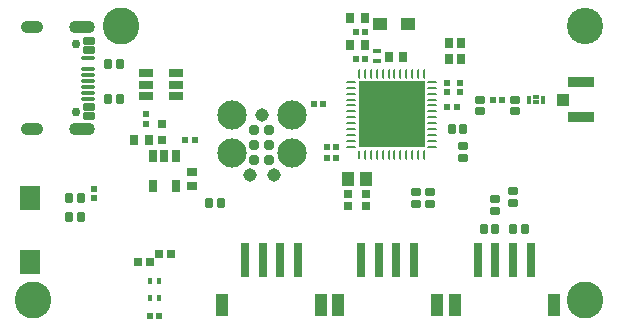
<source format=gts>
G04*
G04 #@! TF.GenerationSoftware,Altium Limited,Altium Designer,23.0.1 (38)*
G04*
G04 Layer_Color=8388736*
%FSLAX44Y44*%
%MOMM*%
G71*
G04*
G04 #@! TF.SameCoordinates,AA057BD2-FAE9-475E-A33E-1B252B641246*
G04*
G04*
G04 #@! TF.FilePolarity,Negative*
G04*
G01*
G75*
%ADD25R,0.5200X0.5200*%
%ADD27R,1.1000X1.9000*%
%ADD28R,0.3000X0.5000*%
%ADD29R,0.5200X0.5200*%
%ADD32R,0.2425X0.7826*%
G04:AMPARAMS|DCode=33|XSize=0.7826mm|YSize=0.2425mm|CornerRadius=0.1212mm|HoleSize=0mm|Usage=FLASHONLY|Rotation=90.000|XOffset=0mm|YOffset=0mm|HoleType=Round|Shape=RoundedRectangle|*
%AMROUNDEDRECTD33*
21,1,0.7826,0.0000,0,0,90.0*
21,1,0.5402,0.2425,0,0,90.0*
1,1,0.2425,0.0000,0.2701*
1,1,0.2425,0.0000,-0.2701*
1,1,0.2425,0.0000,-0.2701*
1,1,0.2425,0.0000,0.2701*
%
%ADD33ROUNDEDRECTD33*%
G04:AMPARAMS|DCode=34|XSize=0.2425mm|YSize=0.7826mm|CornerRadius=0.1212mm|HoleSize=0mm|Usage=FLASHONLY|Rotation=90.000|XOffset=0mm|YOffset=0mm|HoleType=Round|Shape=RoundedRectangle|*
%AMROUNDEDRECTD34*
21,1,0.2425,0.5402,0,0,90.0*
21,1,0.0000,0.7826,0,0,90.0*
1,1,0.2425,0.2701,0.0000*
1,1,0.2425,0.2701,0.0000*
1,1,0.2425,-0.2701,0.0000*
1,1,0.2425,-0.2701,0.0000*
%
%ADD34ROUNDEDRECTD34*%
%ADD35R,1.1500X1.0000*%
%ADD36R,0.6500X0.3500*%
%ADD38R,0.7000X0.6500*%
%ADD39R,0.7581X0.8121*%
%ADD40R,0.6600X1.0000*%
%ADD42R,0.8121X0.7581*%
%ADD43R,0.5153X0.4725*%
G04:AMPARAMS|DCode=44|XSize=0.676mm|YSize=0.776mm|CornerRadius=0.113mm|HoleSize=0mm|Usage=FLASHONLY|Rotation=90.000|XOffset=0mm|YOffset=0mm|HoleType=Round|Shape=RoundedRectangle|*
%AMROUNDEDRECTD44*
21,1,0.6760,0.5500,0,0,90.0*
21,1,0.4500,0.7760,0,0,90.0*
1,1,0.2260,0.2750,0.2250*
1,1,0.2260,0.2750,-0.2250*
1,1,0.2260,-0.2750,-0.2250*
1,1,0.2260,-0.2750,0.2250*
%
%ADD44ROUNDEDRECTD44*%
G04:AMPARAMS|DCode=45|XSize=0.65mm|YSize=0.75mm|CornerRadius=0.1mm|HoleSize=0mm|Usage=FLASHONLY|Rotation=180.000|XOffset=0mm|YOffset=0mm|HoleType=Round|Shape=RoundedRectangle|*
%AMROUNDEDRECTD45*
21,1,0.6500,0.5500,0,0,180.0*
21,1,0.4500,0.7500,0,0,180.0*
1,1,0.2000,-0.2250,0.2750*
1,1,0.2000,0.2250,0.2750*
1,1,0.2000,0.2250,-0.2750*
1,1,0.2000,-0.2250,-0.2750*
%
%ADD45ROUNDEDRECTD45*%
%ADD46R,0.8000X0.9000*%
%ADD47R,0.5000X0.3400*%
G04:AMPARAMS|DCode=48|XSize=0.3508mm|YSize=1.2008mm|CornerRadius=0.0629mm|HoleSize=0mm|Usage=FLASHONLY|Rotation=270.000|XOffset=0mm|YOffset=0mm|HoleType=Round|Shape=RoundedRectangle|*
%AMROUNDEDRECTD48*
21,1,0.3508,1.0750,0,0,270.0*
21,1,0.2250,1.2008,0,0,270.0*
1,1,0.1258,-0.5375,-0.1125*
1,1,0.1258,-0.5375,0.1125*
1,1,0.1258,0.5375,0.1125*
1,1,0.1258,0.5375,-0.1125*
%
%ADD48ROUNDEDRECTD48*%
G04:AMPARAMS|DCode=49|XSize=0.65mm|YSize=1.05mm|CornerRadius=0.1mm|HoleSize=0mm|Usage=FLASHONLY|Rotation=270.000|XOffset=0mm|YOffset=0mm|HoleType=Round|Shape=RoundedRectangle|*
%AMROUNDEDRECTD49*
21,1,0.6500,0.8500,0,0,270.0*
21,1,0.4500,1.0500,0,0,270.0*
1,1,0.2000,-0.4250,-0.2250*
1,1,0.2000,-0.4250,0.2250*
1,1,0.2000,0.4250,0.2250*
1,1,0.2000,0.4250,-0.2250*
%
%ADD49ROUNDEDRECTD49*%
%ADD50R,1.0760X1.0760*%
%ADD51R,2.2760X0.8720*%
%ADD52R,2.2760X0.8466*%
%ADD53R,0.4000X0.7500*%
G04:AMPARAMS|DCode=54|XSize=0.676mm|YSize=0.776mm|CornerRadius=0.113mm|HoleSize=0mm|Usage=FLASHONLY|Rotation=0.000|XOffset=0mm|YOffset=0mm|HoleType=Round|Shape=RoundedRectangle|*
%AMROUNDEDRECTD54*
21,1,0.6760,0.5500,0,0,0.0*
21,1,0.4500,0.7760,0,0,0.0*
1,1,0.2260,0.2250,-0.2750*
1,1,0.2260,-0.2250,-0.2750*
1,1,0.2260,-0.2250,0.2750*
1,1,0.2260,0.2250,0.2750*
%
%ADD54ROUNDEDRECTD54*%
%ADD55R,0.7760X2.9760*%
%ADD56C,0.9390*%
%ADD57R,1.6760X2.0760*%
%ADD58R,1.0508X1.3008*%
G04:AMPARAMS|DCode=59|XSize=0.35mm|YSize=1.2mm|CornerRadius=0.0625mm|HoleSize=0mm|Usage=FLASHONLY|Rotation=270.000|XOffset=0mm|YOffset=0mm|HoleType=Round|Shape=RoundedRectangle|*
%AMROUNDEDRECTD59*
21,1,0.3500,1.0750,0,0,270.0*
21,1,0.2250,1.2000,0,0,270.0*
1,1,0.1250,-0.5375,-0.1125*
1,1,0.1250,-0.5375,0.1125*
1,1,0.1250,0.5375,0.1125*
1,1,0.1250,0.5375,-0.1125*
%
%ADD59ROUNDEDRECTD59*%
%ADD60R,5.7000X5.7000*%
%ADD61R,1.2500X0.6500*%
G04:AMPARAMS|DCode=62|XSize=0.6508mm|YSize=0.7508mm|CornerRadius=0.1004mm|HoleSize=0mm|Usage=FLASHONLY|Rotation=90.000|XOffset=0mm|YOffset=0mm|HoleType=Round|Shape=RoundedRectangle|*
%AMROUNDEDRECTD62*
21,1,0.6508,0.5500,0,0,90.0*
21,1,0.4500,0.7508,0,0,90.0*
1,1,0.2008,0.2750,0.2250*
1,1,0.2008,0.2750,-0.2250*
1,1,0.2008,-0.2750,-0.2250*
1,1,0.2008,-0.2750,0.2250*
%
%ADD62ROUNDEDRECTD62*%
%ADD63O,3.0760X3.1240*%
%ADD64C,3.0760*%
%ADD65C,2.4760*%
%ADD66C,1.1430*%
%ADD67O,1.8760X1.0760*%
%ADD68C,0.7500*%
%ADD69O,2.1760X1.0760*%
D25*
X386482Y210650D02*
D03*
Y202650D02*
D03*
X376174D02*
D03*
Y210650D02*
D03*
X77060Y121106D02*
D03*
Y113106D02*
D03*
X120650Y184314D02*
D03*
Y176314D02*
D03*
D27*
X269292Y22774D02*
D03*
X185292D02*
D03*
X283426D02*
D03*
X367426D02*
D03*
X466434D02*
D03*
X382434D02*
D03*
D28*
X132390Y42656D02*
D03*
X124390D02*
D03*
Y28656D02*
D03*
X132390D02*
D03*
D29*
Y13304D02*
D03*
X124390D02*
D03*
X262890Y192532D02*
D03*
X270890D02*
D03*
X162481Y162814D02*
D03*
X154481D02*
D03*
X376238Y190380D02*
D03*
X384238D02*
D03*
X298430Y231140D02*
D03*
X306430D02*
D03*
X298430Y254000D02*
D03*
X306430D02*
D03*
X282130Y156650D02*
D03*
X274130D02*
D03*
Y147598D02*
D03*
X282130D02*
D03*
D32*
X301430Y150138D02*
D03*
D33*
X306430D02*
D03*
X311430D02*
D03*
X316430D02*
D03*
X321430D02*
D03*
X326430D02*
D03*
X331430D02*
D03*
X336430D02*
D03*
X351430D02*
D03*
X356430D02*
D03*
Y218162D02*
D03*
X306430D02*
D03*
X341430Y150138D02*
D03*
X346430D02*
D03*
X351430Y218162D02*
D03*
X346430D02*
D03*
X341430D02*
D03*
X336430D02*
D03*
X331430D02*
D03*
X326430D02*
D03*
X321430D02*
D03*
X316430D02*
D03*
X311430D02*
D03*
X301430D02*
D03*
D34*
X362943Y171650D02*
D03*
Y191650D02*
D03*
Y196650D02*
D03*
Y201650D02*
D03*
Y206650D02*
D03*
Y211650D02*
D03*
X294918D02*
D03*
Y206650D02*
D03*
Y201650D02*
D03*
Y196650D02*
D03*
Y191650D02*
D03*
Y181650D02*
D03*
Y156650D02*
D03*
X362943D02*
D03*
Y161650D02*
D03*
Y166650D02*
D03*
Y176650D02*
D03*
Y181650D02*
D03*
Y186650D02*
D03*
X294918D02*
D03*
Y176650D02*
D03*
Y171650D02*
D03*
Y166650D02*
D03*
Y161650D02*
D03*
D35*
X318970Y260604D02*
D03*
X342470D02*
D03*
D36*
X316430Y237930D02*
D03*
Y229430D02*
D03*
D38*
X134630Y176314D02*
D03*
Y162814D02*
D03*
D39*
X110904D02*
D03*
X123444D02*
D03*
X326430Y232410D02*
D03*
X338970D02*
D03*
X306430Y242570D02*
D03*
X293890D02*
D03*
X306430Y265430D02*
D03*
X293890D02*
D03*
D40*
X146050Y123190D02*
D03*
X127050D02*
D03*
Y149190D02*
D03*
X136550D02*
D03*
X146050D02*
D03*
D42*
X160274Y135730D02*
D03*
Y123190D02*
D03*
D43*
X414806Y196650D02*
D03*
X422378D02*
D03*
D44*
X349825Y108420D02*
D03*
Y118420D02*
D03*
X361375D02*
D03*
Y108420D02*
D03*
X416934Y102442D02*
D03*
Y112442D02*
D03*
X431934Y118942D02*
D03*
Y108942D02*
D03*
X389810Y157400D02*
D03*
X403606Y186650D02*
D03*
Y196650D02*
D03*
X433578Y186650D02*
D03*
Y196650D02*
D03*
X389810Y147400D02*
D03*
D45*
X114390Y59166D02*
D03*
X124390D02*
D03*
X132390Y66024D02*
D03*
X142390D02*
D03*
D46*
X377444Y231394D02*
D03*
X387944Y244894D02*
D03*
X377444D02*
D03*
X387944Y231394D02*
D03*
D47*
X451358Y198920D02*
D03*
Y194380D02*
D03*
D48*
X72289Y207130D02*
D03*
Y197130D02*
D03*
D49*
X73000Y246630D02*
D03*
Y190630D02*
D03*
Y182630D02*
D03*
Y238630D02*
D03*
D50*
X474458Y196650D02*
D03*
D51*
X489458Y211400D02*
D03*
D52*
Y181900D02*
D03*
D53*
X445238Y196650D02*
D03*
X457488D02*
D03*
D54*
X379810Y171650D02*
D03*
X389810D02*
D03*
X441934Y87122D02*
D03*
X431934D02*
D03*
X406934D02*
D03*
X416934D02*
D03*
X184785Y109173D02*
D03*
X174785D02*
D03*
X65594Y113106D02*
D03*
X55594D02*
D03*
X65594Y97536D02*
D03*
X55594D02*
D03*
X99234Y227130D02*
D03*
X89234D02*
D03*
X99234Y197104D02*
D03*
X89234D02*
D03*
D55*
X249792Y60774D02*
D03*
X234792D02*
D03*
X219792D02*
D03*
X204792D02*
D03*
X302926D02*
D03*
X317926D02*
D03*
X332926D02*
D03*
X347926D02*
D03*
X446934D02*
D03*
X431934D02*
D03*
X416934D02*
D03*
X401934D02*
D03*
D56*
X225298Y145288D02*
D03*
Y170688D02*
D03*
Y157988D02*
D03*
X212598D02*
D03*
Y170688D02*
D03*
Y145288D02*
D03*
D57*
X22472Y59106D02*
D03*
Y113106D02*
D03*
D58*
X307220Y129540D02*
D03*
X292220D02*
D03*
D59*
X72289Y202130D02*
D03*
Y232130D02*
D03*
Y212130D02*
D03*
Y222130D02*
D03*
Y217130D02*
D03*
D60*
X328930Y184150D02*
D03*
D61*
X121358Y199796D02*
D03*
Y218796D02*
D03*
X146358Y199796D02*
D03*
Y218796D02*
D03*
X121358Y209296D02*
D03*
X146358D02*
D03*
D62*
X307220Y116760D02*
D03*
Y106760D02*
D03*
X292220Y116760D02*
D03*
Y106760D02*
D03*
D63*
X493014Y26670D02*
D03*
X25280D02*
D03*
X99996Y259100D02*
D03*
D64*
X493014Y259340D02*
D03*
D65*
X193548Y151638D02*
D03*
Y183388D02*
D03*
X244348D02*
D03*
Y151638D02*
D03*
D66*
X218948Y183388D02*
D03*
X229108Y132588D02*
D03*
X208788D02*
D03*
D67*
X24739Y171430D02*
D03*
Y257830D02*
D03*
D68*
X61539Y185730D02*
D03*
Y243530D02*
D03*
D69*
X66539Y257830D02*
D03*
Y171430D02*
D03*
M02*

</source>
